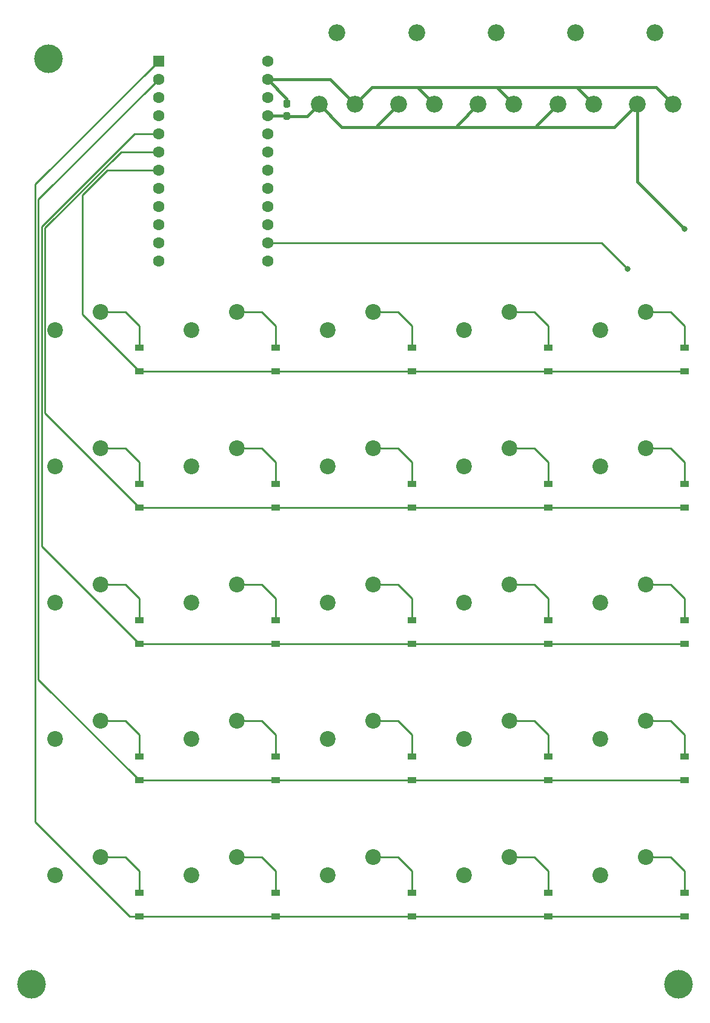
<source format=gbr>
%TF.GenerationSoftware,KiCad,Pcbnew,(5.1.8)-1*%
%TF.CreationDate,2020-11-22T17:19:48-05:00*%
%TF.ProjectId,macro_keyboard_pcb,6d616372-6f5f-46b6-9579-626f6172645f,rev?*%
%TF.SameCoordinates,Original*%
%TF.FileFunction,Copper,L2,Bot*%
%TF.FilePolarity,Positive*%
%FSLAX46Y46*%
G04 Gerber Fmt 4.6, Leading zero omitted, Abs format (unit mm)*
G04 Created by KiCad (PCBNEW (5.1.8)-1) date 2020-11-22 17:19:48*
%MOMM*%
%LPD*%
G01*
G04 APERTURE LIST*
%TA.AperFunction,ComponentPad*%
%ADD10C,4.000000*%
%TD*%
%TA.AperFunction,SMDPad,CuDef*%
%ADD11R,1.200000X0.900000*%
%TD*%
%TA.AperFunction,ComponentPad*%
%ADD12R,1.600000X1.600000*%
%TD*%
%TA.AperFunction,ComponentPad*%
%ADD13C,1.600000*%
%TD*%
%TA.AperFunction,ComponentPad*%
%ADD14C,2.200000*%
%TD*%
%TA.AperFunction,ComponentPad*%
%ADD15C,2.340000*%
%TD*%
%TA.AperFunction,ViaPad*%
%ADD16C,0.800000*%
%TD*%
%TA.AperFunction,Conductor*%
%ADD17C,0.381000*%
%TD*%
%TA.AperFunction,Conductor*%
%ADD18C,0.254000*%
%TD*%
G04 APERTURE END LIST*
D10*
%TO.P, ,1*%
%TO.N,N/C*%
X37306250Y-48418750D03*
%TD*%
%TO.P, ,1*%
%TO.N,N/C*%
X125412500Y-177800000D03*
%TD*%
%TO.P, ,1*%
%TO.N,N/C*%
X34925000Y-177800000D03*
%TD*%
D11*
%TO.P,D25,2*%
%TO.N,Net-(D25-Pad2)*%
X126206250Y-165037500D03*
%TO.P,D25,1*%
%TO.N,ROW4*%
X126206250Y-168337500D03*
%TD*%
%TO.P,D24,2*%
%TO.N,Net-(D24-Pad2)*%
X126206250Y-145987500D03*
%TO.P,D24,1*%
%TO.N,ROW3*%
X126206250Y-149287500D03*
%TD*%
%TO.P,D23,2*%
%TO.N,Net-(D23-Pad2)*%
X126206250Y-126937500D03*
%TO.P,D23,1*%
%TO.N,ROW2*%
X126206250Y-130237500D03*
%TD*%
%TO.P,D22,2*%
%TO.N,Net-(D22-Pad2)*%
X126206250Y-107887500D03*
%TO.P,D22,1*%
%TO.N,ROW1*%
X126206250Y-111187500D03*
%TD*%
%TO.P,D21,2*%
%TO.N,Net-(D21-Pad2)*%
X126206250Y-88837500D03*
%TO.P,D21,1*%
%TO.N,ROW0*%
X126206250Y-92137500D03*
%TD*%
%TO.P,D20,2*%
%TO.N,Net-(D20-Pad2)*%
X107156250Y-165037500D03*
%TO.P,D20,1*%
%TO.N,ROW4*%
X107156250Y-168337500D03*
%TD*%
%TO.P,D19,2*%
%TO.N,Net-(D19-Pad2)*%
X107156250Y-145987500D03*
%TO.P,D19,1*%
%TO.N,ROW3*%
X107156250Y-149287500D03*
%TD*%
%TO.P,D18,2*%
%TO.N,Net-(D18-Pad2)*%
X107156250Y-126937500D03*
%TO.P,D18,1*%
%TO.N,ROW2*%
X107156250Y-130237500D03*
%TD*%
%TO.P,D17,2*%
%TO.N,Net-(D17-Pad2)*%
X107156250Y-107887500D03*
%TO.P,D17,1*%
%TO.N,ROW1*%
X107156250Y-111187500D03*
%TD*%
%TO.P,D16,2*%
%TO.N,Net-(D16-Pad2)*%
X107156250Y-88837500D03*
%TO.P,D16,1*%
%TO.N,ROW0*%
X107156250Y-92137500D03*
%TD*%
%TO.P,D15,2*%
%TO.N,Net-(D15-Pad2)*%
X88106250Y-165037500D03*
%TO.P,D15,1*%
%TO.N,ROW4*%
X88106250Y-168337500D03*
%TD*%
%TO.P,D14,2*%
%TO.N,Net-(D14-Pad2)*%
X88106250Y-145987500D03*
%TO.P,D14,1*%
%TO.N,ROW3*%
X88106250Y-149287500D03*
%TD*%
%TO.P,D13,2*%
%TO.N,Net-(D13-Pad2)*%
X88106250Y-126937500D03*
%TO.P,D13,1*%
%TO.N,ROW2*%
X88106250Y-130237500D03*
%TD*%
%TO.P,D12,2*%
%TO.N,Net-(D12-Pad2)*%
X88106250Y-107887500D03*
%TO.P,D12,1*%
%TO.N,ROW1*%
X88106250Y-111187500D03*
%TD*%
%TO.P,D11,2*%
%TO.N,Net-(D11-Pad2)*%
X88106250Y-88837500D03*
%TO.P,D11,1*%
%TO.N,ROW0*%
X88106250Y-92137500D03*
%TD*%
%TO.P,D10,2*%
%TO.N,Net-(D10-Pad2)*%
X69056250Y-165037500D03*
%TO.P,D10,1*%
%TO.N,ROW4*%
X69056250Y-168337500D03*
%TD*%
%TO.P,D9,2*%
%TO.N,Net-(D9-Pad2)*%
X69056250Y-145987500D03*
%TO.P,D9,1*%
%TO.N,ROW3*%
X69056250Y-149287500D03*
%TD*%
%TO.P,D8,2*%
%TO.N,Net-(D8-Pad2)*%
X69056250Y-126937500D03*
%TO.P,D8,1*%
%TO.N,ROW2*%
X69056250Y-130237500D03*
%TD*%
%TO.P,D7,2*%
%TO.N,Net-(D7-Pad2)*%
X69056250Y-107887500D03*
%TO.P,D7,1*%
%TO.N,ROW1*%
X69056250Y-111187500D03*
%TD*%
%TO.P,D6,2*%
%TO.N,Net-(D6-Pad2)*%
X69056250Y-88837500D03*
%TO.P,D6,1*%
%TO.N,ROW0*%
X69056250Y-92137500D03*
%TD*%
%TO.P,D5,2*%
%TO.N,Net-(D5-Pad2)*%
X50006250Y-165037500D03*
%TO.P,D5,1*%
%TO.N,ROW4*%
X50006250Y-168337500D03*
%TD*%
%TO.P,D4,2*%
%TO.N,Net-(D4-Pad2)*%
X50006250Y-145987500D03*
%TO.P,D4,1*%
%TO.N,ROW3*%
X50006250Y-149287500D03*
%TD*%
%TO.P,D3,2*%
%TO.N,Net-(D3-Pad2)*%
X50006250Y-126937500D03*
%TO.P,D3,1*%
%TO.N,ROW2*%
X50006250Y-130237500D03*
%TD*%
%TO.P,D2,2*%
%TO.N,Net-(D2-Pad2)*%
X50006250Y-107887500D03*
%TO.P,D2,1*%
%TO.N,ROW1*%
X50006250Y-111187500D03*
%TD*%
%TO.P,D1,2*%
%TO.N,Net-(D1-Pad2)*%
X50006250Y-88837500D03*
%TO.P,D1,1*%
%TO.N,ROW0*%
X50006250Y-92137500D03*
%TD*%
D12*
%TO.P,U1,1*%
%TO.N,ROW4*%
X52705000Y-48736250D03*
D13*
%TO.P,U1,2*%
%TO.N,ROW3*%
X52705000Y-51276250D03*
%TO.P,U1,3*%
%TO.N,Net-(U1-Pad3)*%
X52705000Y-53816250D03*
%TO.P,U1,4*%
%TO.N,Net-(U1-Pad4)*%
X52705000Y-56356250D03*
%TO.P,U1,5*%
%TO.N,ROW2*%
X52705000Y-58896250D03*
%TO.P,U1,6*%
%TO.N,ROW1*%
X52705000Y-61436250D03*
%TO.P,U1,7*%
%TO.N,ROW0*%
X52705000Y-63976250D03*
%TO.P,U1,8*%
%TO.N,COL0*%
X52705000Y-66516250D03*
%TO.P,U1,9*%
%TO.N,COL1*%
X52705000Y-69056250D03*
%TO.P,U1,10*%
%TO.N,COL2*%
X52705000Y-71596250D03*
%TO.P,U1,11*%
%TO.N,COL3*%
X52705000Y-74136250D03*
%TO.P,U1,12*%
%TO.N,COL4*%
X52705000Y-76676250D03*
%TO.P,U1,13*%
%TO.N,POT4*%
X67945000Y-76676250D03*
%TO.P,U1,14*%
%TO.N,LED_DATA*%
X67945000Y-74136250D03*
%TO.P,U1,15*%
%TO.N,Net-(U1-Pad15)*%
X67945000Y-71596250D03*
%TO.P,U1,16*%
%TO.N,Net-(U1-Pad16)*%
X67945000Y-69056250D03*
%TO.P,U1,17*%
%TO.N,POT3*%
X67945000Y-66516250D03*
%TO.P,U1,18*%
%TO.N,POT2*%
X67945000Y-63976250D03*
%TO.P,U1,19*%
%TO.N,POT1*%
X67945000Y-61436250D03*
%TO.P,U1,20*%
%TO.N,POT0*%
X67945000Y-58896250D03*
%TO.P,U1,21*%
%TO.N,+5V*%
X67945000Y-56356250D03*
%TO.P,U1,22*%
%TO.N,Net-(U1-Pad22)*%
X67945000Y-53816250D03*
%TO.P,U1,23*%
%TO.N,GND*%
X67945000Y-51276250D03*
%TO.P,U1,24*%
%TO.N,Net-(U1-Pad24)*%
X67945000Y-48736250D03*
%TD*%
D14*
%TO.P,SW25,2*%
%TO.N,Net-(D25-Pad2)*%
X120808750Y-160020000D03*
%TO.P,SW25,1*%
%TO.N,COL4*%
X114458750Y-162560000D03*
%TD*%
%TO.P,SW24,2*%
%TO.N,Net-(D24-Pad2)*%
X120808750Y-140970000D03*
%TO.P,SW24,1*%
%TO.N,COL4*%
X114458750Y-143510000D03*
%TD*%
%TO.P,SW23,2*%
%TO.N,Net-(D23-Pad2)*%
X120808750Y-121920000D03*
%TO.P,SW23,1*%
%TO.N,COL4*%
X114458750Y-124460000D03*
%TD*%
%TO.P,SW22,2*%
%TO.N,Net-(D22-Pad2)*%
X120808750Y-102870000D03*
%TO.P,SW22,1*%
%TO.N,COL4*%
X114458750Y-105410000D03*
%TD*%
%TO.P,SW21,2*%
%TO.N,Net-(D21-Pad2)*%
X120808750Y-83820000D03*
%TO.P,SW21,1*%
%TO.N,COL4*%
X114458750Y-86360000D03*
%TD*%
%TO.P,SW20,2*%
%TO.N,Net-(D20-Pad2)*%
X101758750Y-160020000D03*
%TO.P,SW20,1*%
%TO.N,COL3*%
X95408750Y-162560000D03*
%TD*%
%TO.P,SW19,2*%
%TO.N,Net-(D19-Pad2)*%
X101758750Y-140970000D03*
%TO.P,SW19,1*%
%TO.N,COL3*%
X95408750Y-143510000D03*
%TD*%
%TO.P,SW18,2*%
%TO.N,Net-(D18-Pad2)*%
X101758750Y-121920000D03*
%TO.P,SW18,1*%
%TO.N,COL3*%
X95408750Y-124460000D03*
%TD*%
%TO.P,SW17,2*%
%TO.N,Net-(D17-Pad2)*%
X101758750Y-102870000D03*
%TO.P,SW17,1*%
%TO.N,COL3*%
X95408750Y-105410000D03*
%TD*%
%TO.P,SW16,2*%
%TO.N,Net-(D16-Pad2)*%
X101758750Y-83833750D03*
%TO.P,SW16,1*%
%TO.N,COL3*%
X95408750Y-86373750D03*
%TD*%
%TO.P,SW15,2*%
%TO.N,Net-(D15-Pad2)*%
X82708750Y-160020000D03*
%TO.P,SW15,1*%
%TO.N,COL2*%
X76358750Y-162560000D03*
%TD*%
%TO.P,SW14,2*%
%TO.N,Net-(D14-Pad2)*%
X82708750Y-140970000D03*
%TO.P,SW14,1*%
%TO.N,COL2*%
X76358750Y-143510000D03*
%TD*%
%TO.P,SW13,2*%
%TO.N,Net-(D13-Pad2)*%
X82708750Y-121920000D03*
%TO.P,SW13,1*%
%TO.N,COL2*%
X76358750Y-124460000D03*
%TD*%
%TO.P,SW12,2*%
%TO.N,Net-(D12-Pad2)*%
X82708750Y-102870000D03*
%TO.P,SW12,1*%
%TO.N,COL2*%
X76358750Y-105410000D03*
%TD*%
%TO.P,SW11,2*%
%TO.N,Net-(D11-Pad2)*%
X82708750Y-83820000D03*
%TO.P,SW11,1*%
%TO.N,COL2*%
X76358750Y-86360000D03*
%TD*%
%TO.P,SW10,2*%
%TO.N,Net-(D10-Pad2)*%
X63658750Y-160020000D03*
%TO.P,SW10,1*%
%TO.N,COL1*%
X57308750Y-162560000D03*
%TD*%
%TO.P,SW9,2*%
%TO.N,Net-(D9-Pad2)*%
X63658750Y-140970000D03*
%TO.P,SW9,1*%
%TO.N,COL1*%
X57308750Y-143510000D03*
%TD*%
%TO.P,SW8,2*%
%TO.N,Net-(D8-Pad2)*%
X63658750Y-121920000D03*
%TO.P,SW8,1*%
%TO.N,COL1*%
X57308750Y-124460000D03*
%TD*%
%TO.P,SW7,2*%
%TO.N,Net-(D7-Pad2)*%
X63658750Y-102870000D03*
%TO.P,SW7,1*%
%TO.N,COL1*%
X57308750Y-105410000D03*
%TD*%
%TO.P,SW6,2*%
%TO.N,Net-(D6-Pad2)*%
X63658750Y-83820000D03*
%TO.P,SW6,1*%
%TO.N,COL1*%
X57308750Y-86360000D03*
%TD*%
%TO.P,SW5,2*%
%TO.N,Net-(D5-Pad2)*%
X44608750Y-160020000D03*
%TO.P,SW5,1*%
%TO.N,COL0*%
X38258750Y-162560000D03*
%TD*%
%TO.P,SW4,2*%
%TO.N,Net-(D4-Pad2)*%
X44608750Y-140970000D03*
%TO.P,SW4,1*%
%TO.N,COL0*%
X38258750Y-143510000D03*
%TD*%
%TO.P,SW3,2*%
%TO.N,Net-(D3-Pad2)*%
X44608750Y-121920000D03*
%TO.P,SW3,1*%
%TO.N,COL0*%
X38258750Y-124460000D03*
%TD*%
%TO.P,SW2,2*%
%TO.N,Net-(D2-Pad2)*%
X44608750Y-102870000D03*
%TO.P,SW2,1*%
%TO.N,COL0*%
X38258750Y-105410000D03*
%TD*%
%TO.P,SW1,2*%
%TO.N,Net-(D1-Pad2)*%
X44608750Y-83820000D03*
%TO.P,SW1,1*%
%TO.N,COL0*%
X38258750Y-86360000D03*
%TD*%
D15*
%TO.P,RV5,1*%
%TO.N,GND*%
X124618750Y-54768750D03*
%TO.P,RV5,2*%
%TO.N,POT4*%
X122118750Y-44768750D03*
%TO.P,RV5,3*%
%TO.N,+5V*%
X119618750Y-54768750D03*
%TD*%
%TO.P,RV4,1*%
%TO.N,GND*%
X113506250Y-54768750D03*
%TO.P,RV4,2*%
%TO.N,POT3*%
X111006250Y-44768750D03*
%TO.P,RV4,3*%
%TO.N,+5V*%
X108506250Y-54768750D03*
%TD*%
%TO.P,RV3,1*%
%TO.N,GND*%
X102393750Y-54768750D03*
%TO.P,RV3,2*%
%TO.N,POT2*%
X99893750Y-44768750D03*
%TO.P,RV3,3*%
%TO.N,+5V*%
X97393750Y-54768750D03*
%TD*%
%TO.P,RV2,1*%
%TO.N,GND*%
X91281250Y-54768750D03*
%TO.P,RV2,2*%
%TO.N,POT1*%
X88781250Y-44768750D03*
%TO.P,RV2,3*%
%TO.N,+5V*%
X86281250Y-54768750D03*
%TD*%
%TO.P,RV1,1*%
%TO.N,GND*%
X80168750Y-54768750D03*
%TO.P,RV1,2*%
%TO.N,POT0*%
X77668750Y-44768750D03*
%TO.P,RV1,3*%
%TO.N,+5V*%
X75168750Y-54768750D03*
%TD*%
%TO.P,C1,1*%
%TO.N,+5V*%
%TA.AperFunction,SMDPad,CuDef*%
G36*
G01*
X70881250Y-56962500D02*
X70406250Y-56962500D01*
G75*
G02*
X70168750Y-56725000I0J237500D01*
G01*
X70168750Y-56125000D01*
G75*
G02*
X70406250Y-55887500I237500J0D01*
G01*
X70881250Y-55887500D01*
G75*
G02*
X71118750Y-56125000I0J-237500D01*
G01*
X71118750Y-56725000D01*
G75*
G02*
X70881250Y-56962500I-237500J0D01*
G01*
G37*
%TD.AperFunction*%
%TO.P,C1,2*%
%TO.N,GND*%
%TA.AperFunction,SMDPad,CuDef*%
G36*
G01*
X70881250Y-55237500D02*
X70406250Y-55237500D01*
G75*
G02*
X70168750Y-55000000I0J237500D01*
G01*
X70168750Y-54400000D01*
G75*
G02*
X70406250Y-54162500I237500J0D01*
G01*
X70881250Y-54162500D01*
G75*
G02*
X71118750Y-54400000I0J-237500D01*
G01*
X71118750Y-55000000D01*
G75*
G02*
X70881250Y-55237500I-237500J0D01*
G01*
G37*
%TD.AperFunction*%
%TD*%
D16*
%TO.N,+5V*%
X126206250Y-72231250D03*
%TO.N,LED_DATA*%
X118268750Y-77787500D03*
%TD*%
D17*
%TO.N,GND*%
X70643750Y-53975000D02*
X67945000Y-51276250D01*
X70643750Y-54700000D02*
X70643750Y-53975000D01*
X80168750Y-54768750D02*
X82550000Y-52387500D01*
X122237500Y-52387500D02*
X124618750Y-54768750D01*
X113506250Y-54768750D02*
X111125000Y-52387500D01*
X111125000Y-52387500D02*
X122237500Y-52387500D01*
X102393750Y-54768750D02*
X100012500Y-52387500D01*
X100012500Y-52387500D02*
X111125000Y-52387500D01*
X91281250Y-54768750D02*
X88900000Y-52387500D01*
X88900000Y-52387500D02*
X100012500Y-52387500D01*
X82550000Y-52387500D02*
X88900000Y-52387500D01*
X76676250Y-51276250D02*
X80168750Y-54768750D01*
X67945000Y-51276250D02*
X76676250Y-51276250D01*
%TO.N,+5V*%
X70575000Y-56356250D02*
X70643750Y-56425000D01*
X67945000Y-56356250D02*
X70575000Y-56356250D01*
X75168750Y-54768750D02*
X78343750Y-57943750D01*
X116443750Y-57943750D02*
X119618750Y-54768750D01*
X105568750Y-57706250D02*
X105568750Y-57943750D01*
X108506250Y-54768750D02*
X105568750Y-57706250D01*
X105568750Y-57943750D02*
X116443750Y-57943750D01*
X94456250Y-57706250D02*
X94456250Y-57943750D01*
X94456250Y-57943750D02*
X105568750Y-57943750D01*
X97393750Y-54768750D02*
X94456250Y-57706250D01*
X83343750Y-57706250D02*
X83343750Y-57943750D01*
X86281250Y-54768750D02*
X83343750Y-57706250D01*
X83343750Y-57943750D02*
X94456250Y-57943750D01*
X78343750Y-57943750D02*
X83343750Y-57943750D01*
X73512500Y-56425000D02*
X75168750Y-54768750D01*
X70643750Y-56425000D02*
X73512500Y-56425000D01*
X119618750Y-65643750D02*
X126206250Y-72231250D01*
X119618750Y-54768750D02*
X119618750Y-65643750D01*
D18*
%TO.N,Net-(D1-Pad2)*%
X44608750Y-83820000D02*
X48101250Y-83820000D01*
X50006250Y-85725000D02*
X50006250Y-88837500D01*
X48101250Y-83820000D02*
X50006250Y-85725000D01*
%TO.N,ROW0*%
X50006250Y-92137500D02*
X126206250Y-92137500D01*
X50006250Y-92137500D02*
X50006250Y-92075000D01*
X50006250Y-92075000D02*
X42068750Y-84137500D01*
X52705000Y-63976250D02*
X45561250Y-63976250D01*
X42068750Y-67468750D02*
X42068750Y-84137500D01*
X45561250Y-63976250D02*
X42068750Y-67468750D01*
%TO.N,Net-(D2-Pad2)*%
X44608750Y-102870000D02*
X48101250Y-102870000D01*
X50006250Y-104775000D02*
X50006250Y-107887500D01*
X48101250Y-102870000D02*
X50006250Y-104775000D01*
%TO.N,ROW1*%
X50006250Y-111187500D02*
X126206250Y-111187500D01*
X50006250Y-111125000D02*
X50006250Y-111187500D01*
X36831749Y-97950499D02*
X50006250Y-111125000D01*
X36831749Y-72063684D02*
X36831749Y-97950499D01*
X47459183Y-61436250D02*
X36831749Y-72063684D01*
X52705000Y-61436250D02*
X47459183Y-61436250D01*
%TO.N,Net-(D3-Pad2)*%
X44608750Y-121920000D02*
X48101250Y-121920000D01*
X50006250Y-123825000D02*
X50006250Y-126937500D01*
X48101250Y-121920000D02*
X50006250Y-123825000D01*
%TO.N,ROW2*%
X50006250Y-130237500D02*
X126206250Y-130237500D01*
X126206250Y-130237500D02*
X126206250Y-130175000D01*
X36377739Y-116608989D02*
X50006250Y-130237500D01*
X36377739Y-71875627D02*
X36377739Y-116608989D01*
X49357116Y-58896250D02*
X36377739Y-71875627D01*
X52705000Y-58896250D02*
X49357116Y-58896250D01*
%TO.N,Net-(D4-Pad2)*%
X44608750Y-140970000D02*
X48101250Y-140970000D01*
X50006250Y-142875000D02*
X50006250Y-145987500D01*
X48101250Y-140970000D02*
X50006250Y-142875000D01*
%TO.N,ROW3*%
X50006250Y-149287500D02*
X126206250Y-149287500D01*
X35923729Y-135204979D02*
X50006250Y-149287500D01*
X35923729Y-68057521D02*
X35923729Y-135204979D01*
X52705000Y-51276250D02*
X35923729Y-68057521D01*
%TO.N,Net-(D5-Pad2)*%
X44608750Y-160020000D02*
X48101250Y-160020000D01*
X50006250Y-161925000D02*
X50006250Y-165037500D01*
X48101250Y-160020000D02*
X50006250Y-161925000D01*
%TO.N,ROW4*%
X50006250Y-168337500D02*
X126206250Y-168337500D01*
X50006250Y-168337500D02*
X50006250Y-168275000D01*
X35469719Y-65971531D02*
X52705000Y-48736250D01*
X35469719Y-155057007D02*
X35469719Y-65971531D01*
X48687712Y-168275000D02*
X35469719Y-155057007D01*
X50006250Y-168275000D02*
X48687712Y-168275000D01*
%TO.N,Net-(D6-Pad2)*%
X63658750Y-83820000D02*
X67151250Y-83820000D01*
X69056250Y-85725000D02*
X69056250Y-88837500D01*
X67151250Y-83820000D02*
X69056250Y-85725000D01*
%TO.N,Net-(D7-Pad2)*%
X63658750Y-102870000D02*
X67151250Y-102870000D01*
X69056250Y-104775000D02*
X69056250Y-107887500D01*
X67151250Y-102870000D02*
X69056250Y-104775000D01*
%TO.N,Net-(D8-Pad2)*%
X63658750Y-121920000D02*
X67151250Y-121920000D01*
X69056250Y-123825000D02*
X69056250Y-126937500D01*
X67151250Y-121920000D02*
X69056250Y-123825000D01*
%TO.N,Net-(D9-Pad2)*%
X63658750Y-140970000D02*
X67151250Y-140970000D01*
X69056250Y-142875000D02*
X69056250Y-145987500D01*
X67151250Y-140970000D02*
X69056250Y-142875000D01*
%TO.N,Net-(D10-Pad2)*%
X63658750Y-160020000D02*
X67151250Y-160020000D01*
X69056250Y-161925000D02*
X69056250Y-165037500D01*
X67151250Y-160020000D02*
X69056250Y-161925000D01*
%TO.N,Net-(D11-Pad2)*%
X82708750Y-83820000D02*
X86201250Y-83820000D01*
X88106250Y-85725000D02*
X88106250Y-88837500D01*
X86201250Y-83820000D02*
X88106250Y-85725000D01*
%TO.N,Net-(D12-Pad2)*%
X82708750Y-102870000D02*
X86201250Y-102870000D01*
X88106250Y-104775000D02*
X88106250Y-107887500D01*
X86201250Y-102870000D02*
X88106250Y-104775000D01*
%TO.N,Net-(D13-Pad2)*%
X82708750Y-121920000D02*
X86201250Y-121920000D01*
X88106250Y-123825000D02*
X88106250Y-126937500D01*
X86201250Y-121920000D02*
X88106250Y-123825000D01*
%TO.N,Net-(D14-Pad2)*%
X82708750Y-140970000D02*
X86201250Y-140970000D01*
X88106250Y-142875000D02*
X88106250Y-145987500D01*
X86201250Y-140970000D02*
X88106250Y-142875000D01*
%TO.N,Net-(D15-Pad2)*%
X82708750Y-160020000D02*
X86201250Y-160020000D01*
X88106250Y-161925000D02*
X88106250Y-165037500D01*
X86201250Y-160020000D02*
X88106250Y-161925000D01*
%TO.N,Net-(D16-Pad2)*%
X101758750Y-83833750D02*
X105265000Y-83833750D01*
X107156250Y-85725000D02*
X107156250Y-88837500D01*
X105265000Y-83833750D02*
X107156250Y-85725000D01*
%TO.N,Net-(D17-Pad2)*%
X101758750Y-102870000D02*
X105251250Y-102870000D01*
X107156250Y-104775000D02*
X107156250Y-107887500D01*
X105251250Y-102870000D02*
X107156250Y-104775000D01*
%TO.N,Net-(D18-Pad2)*%
X101758750Y-121920000D02*
X105251250Y-121920000D01*
X107156250Y-123825000D02*
X107156250Y-126937500D01*
X105251250Y-121920000D02*
X107156250Y-123825000D01*
%TO.N,Net-(D19-Pad2)*%
X101758750Y-140970000D02*
X105251250Y-140970000D01*
X107156250Y-142875000D02*
X107156250Y-145987500D01*
X105251250Y-140970000D02*
X107156250Y-142875000D01*
%TO.N,Net-(D20-Pad2)*%
X101758750Y-160020000D02*
X105251250Y-160020000D01*
X107156250Y-161925000D02*
X107156250Y-165037500D01*
X105251250Y-160020000D02*
X107156250Y-161925000D01*
%TO.N,Net-(D21-Pad2)*%
X120808750Y-83820000D02*
X124301250Y-83820000D01*
X126206250Y-85725000D02*
X126206250Y-88837500D01*
X124301250Y-83820000D02*
X126206250Y-85725000D01*
%TO.N,Net-(D22-Pad2)*%
X120808750Y-102870000D02*
X124301250Y-102870000D01*
X126206250Y-104775000D02*
X126206250Y-107887500D01*
X124301250Y-102870000D02*
X126206250Y-104775000D01*
%TO.N,Net-(D23-Pad2)*%
X120808750Y-121920000D02*
X124301250Y-121920000D01*
X126206250Y-123825000D02*
X126206250Y-126937500D01*
X124301250Y-121920000D02*
X126206250Y-123825000D01*
%TO.N,Net-(D24-Pad2)*%
X120808750Y-140970000D02*
X124301250Y-140970000D01*
X126206250Y-142875000D02*
X126206250Y-145987500D01*
X124301250Y-140970000D02*
X126206250Y-142875000D01*
%TO.N,Net-(D25-Pad2)*%
X120808750Y-160020000D02*
X124301250Y-160020000D01*
X126206250Y-161925000D02*
X126206250Y-165037500D01*
X124301250Y-160020000D02*
X126206250Y-161925000D01*
%TO.N,LED_DATA*%
X114617500Y-74136250D02*
X118268750Y-77787500D01*
X67945000Y-74136250D02*
X114617500Y-74136250D01*
%TO.N,COL0*%
X38258750Y-86360000D02*
X38735000Y-86360000D01*
%TD*%
M02*

</source>
